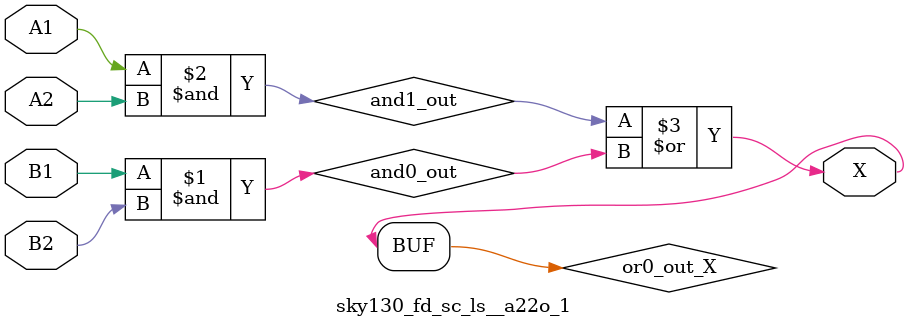
<source format=v>
/*
 * Copyright 2020 The SkyWater PDK Authors
 *
 * Licensed under the Apache License, Version 2.0 (the "License");
 * you may not use this file except in compliance with the License.
 * You may obtain a copy of the License at
 *
 *     https://www.apache.org/licenses/LICENSE-2.0
 *
 * Unless required by applicable law or agreed to in writing, software
 * distributed under the License is distributed on an "AS IS" BASIS,
 * WITHOUT WARRANTIES OR CONDITIONS OF ANY KIND, either express or implied.
 * See the License for the specific language governing permissions and
 * limitations under the License.
 *
 * SPDX-License-Identifier: Apache-2.0
*/


`ifndef SKY130_FD_SC_LS__A22O_1_FUNCTIONAL_V
`define SKY130_FD_SC_LS__A22O_1_FUNCTIONAL_V

/**
 * a22o: 2-input AND into both inputs of 2-input OR.
 *
 *       X = ((A1 & A2) | (B1 & B2))
 *
 * Verilog simulation functional model.
 */

`timescale 1ns / 1ps
`default_nettype none

`celldefine
module sky130_fd_sc_ls__a22o_1 (
    X ,
    A1,
    A2,
    B1,
    B2
);

    // Module ports
    output X ;
    input  A1;
    input  A2;
    input  B1;
    input  B2;

    // Local signals
    wire and0_out ;
    wire and1_out ;
    wire or0_out_X;

    //  Name  Output     Other arguments
    and and0 (and0_out , B1, B2            );
    and and1 (and1_out , A1, A2            );
    or  or0  (or0_out_X, and1_out, and0_out);
    buf buf0 (X        , or0_out_X         );

endmodule
`endcelldefine

`default_nettype wire
`endif  // SKY130_FD_SC_LS__A22O_1_FUNCTIONAL_V

</source>
